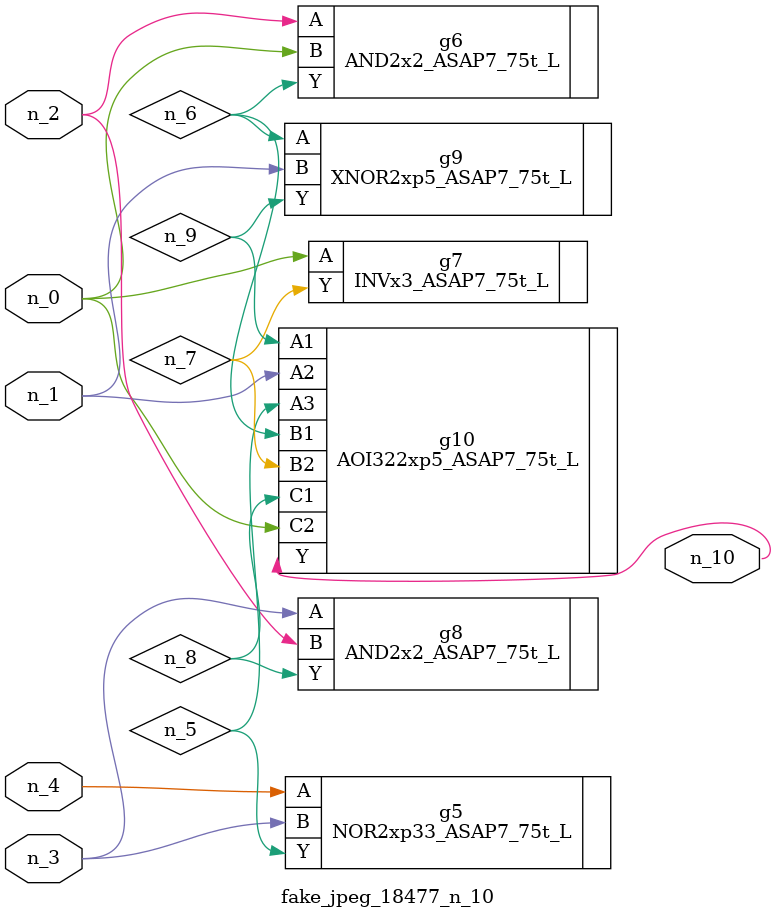
<source format=v>
module fake_jpeg_18477_n_10 (n_3, n_2, n_1, n_0, n_4, n_10);

input n_3;
input n_2;
input n_1;
input n_0;
input n_4;

output n_10;

wire n_8;
wire n_9;
wire n_6;
wire n_5;
wire n_7;

NOR2xp33_ASAP7_75t_L g5 ( 
.A(n_4),
.B(n_3),
.Y(n_5)
);

AND2x2_ASAP7_75t_L g6 ( 
.A(n_2),
.B(n_0),
.Y(n_6)
);

INVx3_ASAP7_75t_L g7 ( 
.A(n_0),
.Y(n_7)
);

AND2x2_ASAP7_75t_L g8 ( 
.A(n_3),
.B(n_2),
.Y(n_8)
);

XNOR2xp5_ASAP7_75t_L g9 ( 
.A(n_6),
.B(n_1),
.Y(n_9)
);

AOI322xp5_ASAP7_75t_L g10 ( 
.A1(n_9),
.A2(n_1),
.A3(n_5),
.B1(n_6),
.B2(n_7),
.C1(n_8),
.C2(n_0),
.Y(n_10)
);


endmodule
</source>
